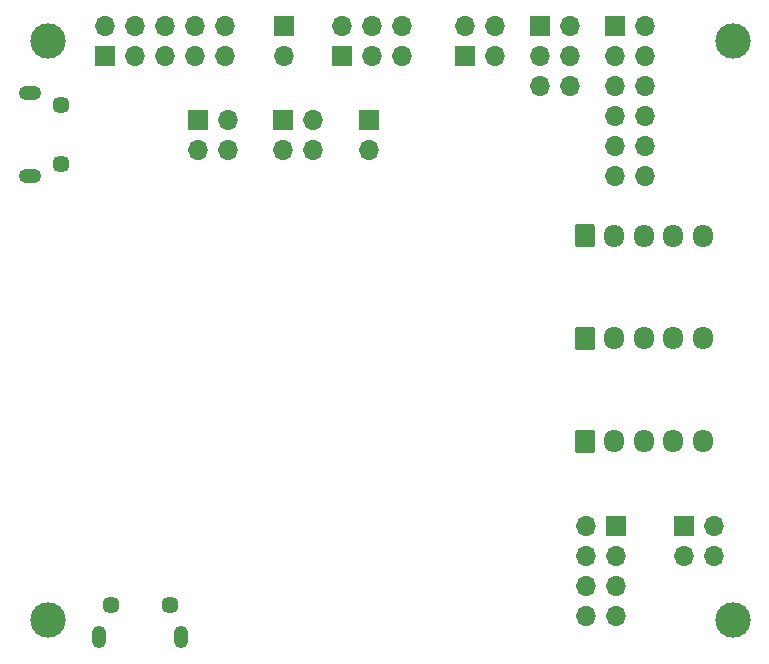
<source format=gbs>
G04 #@! TF.GenerationSoftware,KiCad,Pcbnew,5.1.5-52549c5~84~ubuntu18.04.1*
G04 #@! TF.CreationDate,2020-03-02T19:21:28+00:00*
G04 #@! TF.ProjectId,sangaboard_v0.4,73616e67-6162-46f6-9172-645f76302e34,rev?*
G04 #@! TF.SameCoordinates,Original*
G04 #@! TF.FileFunction,Soldermask,Bot*
G04 #@! TF.FilePolarity,Negative*
%FSLAX46Y46*%
G04 Gerber Fmt 4.6, Leading zero omitted, Abs format (unit mm)*
G04 Created by KiCad (PCBNEW 5.1.5-52549c5~84~ubuntu18.04.1) date 2020-03-02 19:21:28*
%MOMM*%
%LPD*%
G04 APERTURE LIST*
%ADD10R,1.700000X1.700000*%
%ADD11O,1.700000X1.700000*%
%ADD12C,3.000000*%
%ADD13O,1.900000X1.200000*%
%ADD14C,1.450000*%
%ADD15O,1.200000X1.900000*%
%ADD16O,1.700000X1.950000*%
%ADD17C,0.150000*%
G04 APERTURE END LIST*
D10*
X248360000Y-90450000D03*
D11*
X250900000Y-90450000D03*
X248360000Y-92990000D03*
X250900000Y-92990000D03*
X248360000Y-95530000D03*
X250900000Y-95530000D03*
X248360000Y-98070000D03*
X250900000Y-98070000D03*
X248360000Y-100610000D03*
X250900000Y-100610000D03*
X248360000Y-103150000D03*
X250900000Y-103150000D03*
D12*
X200360000Y-140734000D03*
X258360000Y-140734000D03*
X258360000Y-91734000D03*
X200360000Y-91734000D03*
D11*
X245974000Y-140415001D03*
X248514000Y-140415001D03*
X245974000Y-137875001D03*
X248514000Y-137875001D03*
X245974000Y-135335001D03*
X248514000Y-135335001D03*
X245974000Y-132795001D03*
D10*
X248514000Y-132795001D03*
D13*
X198820000Y-103150000D03*
X198820000Y-96150000D03*
D14*
X201520000Y-102150000D03*
X201520000Y-97150000D03*
X205680000Y-139480000D03*
X210680000Y-139480000D03*
D15*
X204680000Y-142180000D03*
X211680000Y-142180000D03*
D11*
X244590000Y-95530000D03*
X242050000Y-95530000D03*
X244590000Y-92990000D03*
X242050000Y-92990000D03*
X244590000Y-90450000D03*
D10*
X242050000Y-90450000D03*
X220295000Y-98400000D03*
D11*
X222835000Y-98400000D03*
X220295000Y-100940000D03*
X222835000Y-100940000D03*
X215610000Y-100940000D03*
X213070000Y-100940000D03*
X215610000Y-98400000D03*
D10*
X213070000Y-98400000D03*
X225260000Y-93000000D03*
D11*
X225260000Y-90460000D03*
X227800000Y-93000000D03*
X227800000Y-90460000D03*
X230340000Y-93000000D03*
X230340000Y-90460000D03*
D10*
X254230000Y-132795001D03*
D11*
X256770000Y-132795001D03*
X254230000Y-135335001D03*
X256770000Y-135335001D03*
D16*
X255840000Y-108190000D03*
X253340000Y-108190000D03*
X250840000Y-108190000D03*
X248340000Y-108190000D03*
D17*
G36*
X246464504Y-107216204D02*
G01*
X246488773Y-107219804D01*
X246512571Y-107225765D01*
X246535671Y-107234030D01*
X246557849Y-107244520D01*
X246578893Y-107257133D01*
X246598598Y-107271747D01*
X246616777Y-107288223D01*
X246633253Y-107306402D01*
X246647867Y-107326107D01*
X246660480Y-107347151D01*
X246670970Y-107369329D01*
X246679235Y-107392429D01*
X246685196Y-107416227D01*
X246688796Y-107440496D01*
X246690000Y-107465000D01*
X246690000Y-108915000D01*
X246688796Y-108939504D01*
X246685196Y-108963773D01*
X246679235Y-108987571D01*
X246670970Y-109010671D01*
X246660480Y-109032849D01*
X246647867Y-109053893D01*
X246633253Y-109073598D01*
X246616777Y-109091777D01*
X246598598Y-109108253D01*
X246578893Y-109122867D01*
X246557849Y-109135480D01*
X246535671Y-109145970D01*
X246512571Y-109154235D01*
X246488773Y-109160196D01*
X246464504Y-109163796D01*
X246440000Y-109165000D01*
X245240000Y-109165000D01*
X245215496Y-109163796D01*
X245191227Y-109160196D01*
X245167429Y-109154235D01*
X245144329Y-109145970D01*
X245122151Y-109135480D01*
X245101107Y-109122867D01*
X245081402Y-109108253D01*
X245063223Y-109091777D01*
X245046747Y-109073598D01*
X245032133Y-109053893D01*
X245019520Y-109032849D01*
X245009030Y-109010671D01*
X245000765Y-108987571D01*
X244994804Y-108963773D01*
X244991204Y-108939504D01*
X244990000Y-108915000D01*
X244990000Y-107465000D01*
X244991204Y-107440496D01*
X244994804Y-107416227D01*
X245000765Y-107392429D01*
X245009030Y-107369329D01*
X245019520Y-107347151D01*
X245032133Y-107326107D01*
X245046747Y-107306402D01*
X245063223Y-107288223D01*
X245081402Y-107271747D01*
X245101107Y-107257133D01*
X245122151Y-107244520D01*
X245144329Y-107234030D01*
X245167429Y-107225765D01*
X245191227Y-107219804D01*
X245215496Y-107216204D01*
X245240000Y-107215000D01*
X246440000Y-107215000D01*
X246464504Y-107216204D01*
G37*
G36*
X246464504Y-115931204D02*
G01*
X246488773Y-115934804D01*
X246512571Y-115940765D01*
X246535671Y-115949030D01*
X246557849Y-115959520D01*
X246578893Y-115972133D01*
X246598598Y-115986747D01*
X246616777Y-116003223D01*
X246633253Y-116021402D01*
X246647867Y-116041107D01*
X246660480Y-116062151D01*
X246670970Y-116084329D01*
X246679235Y-116107429D01*
X246685196Y-116131227D01*
X246688796Y-116155496D01*
X246690000Y-116180000D01*
X246690000Y-117630000D01*
X246688796Y-117654504D01*
X246685196Y-117678773D01*
X246679235Y-117702571D01*
X246670970Y-117725671D01*
X246660480Y-117747849D01*
X246647867Y-117768893D01*
X246633253Y-117788598D01*
X246616777Y-117806777D01*
X246598598Y-117823253D01*
X246578893Y-117837867D01*
X246557849Y-117850480D01*
X246535671Y-117860970D01*
X246512571Y-117869235D01*
X246488773Y-117875196D01*
X246464504Y-117878796D01*
X246440000Y-117880000D01*
X245240000Y-117880000D01*
X245215496Y-117878796D01*
X245191227Y-117875196D01*
X245167429Y-117869235D01*
X245144329Y-117860970D01*
X245122151Y-117850480D01*
X245101107Y-117837867D01*
X245081402Y-117823253D01*
X245063223Y-117806777D01*
X245046747Y-117788598D01*
X245032133Y-117768893D01*
X245019520Y-117747849D01*
X245009030Y-117725671D01*
X245000765Y-117702571D01*
X244994804Y-117678773D01*
X244991204Y-117654504D01*
X244990000Y-117630000D01*
X244990000Y-116180000D01*
X244991204Y-116155496D01*
X244994804Y-116131227D01*
X245000765Y-116107429D01*
X245009030Y-116084329D01*
X245019520Y-116062151D01*
X245032133Y-116041107D01*
X245046747Y-116021402D01*
X245063223Y-116003223D01*
X245081402Y-115986747D01*
X245101107Y-115972133D01*
X245122151Y-115959520D01*
X245144329Y-115949030D01*
X245167429Y-115940765D01*
X245191227Y-115934804D01*
X245215496Y-115931204D01*
X245240000Y-115930000D01*
X246440000Y-115930000D01*
X246464504Y-115931204D01*
G37*
D16*
X248340000Y-116905000D03*
X250840000Y-116905000D03*
X253340000Y-116905000D03*
X255840000Y-116905000D03*
D17*
G36*
X246464504Y-124646204D02*
G01*
X246488773Y-124649804D01*
X246512571Y-124655765D01*
X246535671Y-124664030D01*
X246557849Y-124674520D01*
X246578893Y-124687133D01*
X246598598Y-124701747D01*
X246616777Y-124718223D01*
X246633253Y-124736402D01*
X246647867Y-124756107D01*
X246660480Y-124777151D01*
X246670970Y-124799329D01*
X246679235Y-124822429D01*
X246685196Y-124846227D01*
X246688796Y-124870496D01*
X246690000Y-124895000D01*
X246690000Y-126345000D01*
X246688796Y-126369504D01*
X246685196Y-126393773D01*
X246679235Y-126417571D01*
X246670970Y-126440671D01*
X246660480Y-126462849D01*
X246647867Y-126483893D01*
X246633253Y-126503598D01*
X246616777Y-126521777D01*
X246598598Y-126538253D01*
X246578893Y-126552867D01*
X246557849Y-126565480D01*
X246535671Y-126575970D01*
X246512571Y-126584235D01*
X246488773Y-126590196D01*
X246464504Y-126593796D01*
X246440000Y-126595000D01*
X245240000Y-126595000D01*
X245215496Y-126593796D01*
X245191227Y-126590196D01*
X245167429Y-126584235D01*
X245144329Y-126575970D01*
X245122151Y-126565480D01*
X245101107Y-126552867D01*
X245081402Y-126538253D01*
X245063223Y-126521777D01*
X245046747Y-126503598D01*
X245032133Y-126483893D01*
X245019520Y-126462849D01*
X245009030Y-126440671D01*
X245000765Y-126417571D01*
X244994804Y-126393773D01*
X244991204Y-126369504D01*
X244990000Y-126345000D01*
X244990000Y-124895000D01*
X244991204Y-124870496D01*
X244994804Y-124846227D01*
X245000765Y-124822429D01*
X245009030Y-124799329D01*
X245019520Y-124777151D01*
X245032133Y-124756107D01*
X245046747Y-124736402D01*
X245063223Y-124718223D01*
X245081402Y-124701747D01*
X245101107Y-124687133D01*
X245122151Y-124674520D01*
X245144329Y-124664030D01*
X245167429Y-124655765D01*
X245191227Y-124649804D01*
X245215496Y-124646204D01*
X245240000Y-124645000D01*
X246440000Y-124645000D01*
X246464504Y-124646204D01*
G37*
D16*
X248340000Y-125620000D03*
X250840000Y-125620000D03*
X253340000Y-125620000D03*
X255840000Y-125620000D03*
D10*
X227520000Y-98400000D03*
D11*
X227520000Y-100940000D03*
D10*
X205230000Y-93000000D03*
D11*
X205230000Y-90460000D03*
X207770000Y-93000000D03*
X207770000Y-90460000D03*
X210310000Y-93000000D03*
X210310000Y-90460000D03*
X212850000Y-93000000D03*
X212850000Y-90460000D03*
X215390000Y-93000000D03*
X215390000Y-90460000D03*
X220340000Y-93000000D03*
D10*
X220340000Y-90460000D03*
D11*
X238250000Y-90460000D03*
X238250000Y-93000000D03*
X235710000Y-90460000D03*
D10*
X235710000Y-93000000D03*
M02*

</source>
